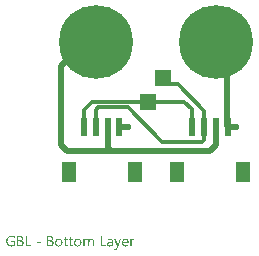
<source format=gbl>
G04*
G04 #@! TF.GenerationSoftware,Altium Limited,Altium Designer,22.11.1 (43)*
G04*
G04 Layer_Physical_Order=2*
G04 Layer_Color=16711680*
%FSLAX44Y44*%
%MOMM*%
G71*
G04*
G04 #@! TF.SameCoordinates,218574FE-C399-4EC2-8256-894566C44971*
G04*
G04*
G04 #@! TF.FilePolarity,Positive*
G04*
G01*
G75*
%ADD12C,0.6000*%
%ADD13R,1.4000X1.4000*%
%ADD14R,0.6000X1.5500*%
%ADD15R,1.1999X1.8000*%
%ADD16C,0.5000*%
%ADD17C,0.3000*%
%ADD18C,6.2500*%
G36*
X566144Y480059D02*
X566270Y480051D01*
X566419Y480043D01*
X566576Y480028D01*
X566756Y480004D01*
X566945Y479981D01*
X567141Y479949D01*
X567345Y479910D01*
X567549Y479863D01*
X567753Y479808D01*
X567957Y479745D01*
X568161Y479675D01*
X568349Y479588D01*
X568349Y478434D01*
X568334Y478442D01*
X568302Y478466D01*
X568240Y478497D01*
X568161Y478544D01*
X568051Y478591D01*
X567926Y478654D01*
X567784Y478709D01*
X567620Y478780D01*
X567447Y478843D01*
X567251Y478905D01*
X567039Y478960D01*
X566811Y479007D01*
X566568Y479055D01*
X566317Y479086D01*
X566058Y479109D01*
X565783Y479117D01*
X565720Y479117D01*
X565642Y479109D01*
X565532Y479102D01*
X565406Y479086D01*
X565257Y479062D01*
X565092Y479031D01*
X564912Y478992D01*
X564724Y478937D01*
X564527Y478866D01*
X564323Y478780D01*
X564111Y478678D01*
X563907Y478560D01*
X563711Y478427D01*
X563515Y478262D01*
X563326Y478081D01*
X563319Y478074D01*
X563287Y478034D01*
X563240Y477979D01*
X563177Y477893D01*
X563107Y477791D01*
X563020Y477673D01*
X562934Y477524D01*
X562848Y477359D01*
X562761Y477179D01*
X562675Y476975D01*
X562589Y476755D01*
X562518Y476520D01*
X562455Y476268D01*
X562408Y476002D01*
X562377Y475711D01*
X562369Y475413D01*
X562369Y475405D01*
X562369Y475397D01*
X562369Y475374D01*
X562369Y475342D01*
X562369Y475295D01*
X562377Y475248D01*
X562385Y475130D01*
X562392Y474989D01*
X562416Y474824D01*
X562439Y474644D01*
X562479Y474447D01*
X562526Y474235D01*
X562589Y474016D01*
X562659Y473796D01*
X562746Y473568D01*
X562848Y473349D01*
X562965Y473137D01*
X563099Y472933D01*
X563256Y472744D01*
X563264Y472736D01*
X563295Y472705D01*
X563350Y472658D01*
X563421Y472595D01*
X563507Y472524D01*
X563617Y472438D01*
X563742Y472352D01*
X563891Y472266D01*
X564056Y472171D01*
X564237Y472085D01*
X564433Y472006D01*
X564653Y471928D01*
X564880Y471865D01*
X565132Y471818D01*
X565391Y471787D01*
X565673Y471779D01*
X565775Y471779D01*
X565846Y471787D01*
X565940Y471795D01*
X566042Y471802D01*
X566160Y471810D01*
X566293Y471834D01*
X566427Y471850D01*
X566576Y471881D01*
X566874Y471952D01*
X567031Y471999D01*
X567180Y472062D01*
X567329Y472124D01*
X567478Y472195D01*
X567478Y474699D01*
X565524Y474699D01*
X565524Y475648D01*
X568530Y475648D01*
X568530Y471598D01*
X568514Y471590D01*
X568467Y471567D01*
X568397Y471528D01*
X568295Y471481D01*
X568169Y471426D01*
X568020Y471363D01*
X567847Y471292D01*
X567651Y471222D01*
X567439Y471151D01*
X567204Y471080D01*
X566960Y471018D01*
X566701Y470963D01*
X566427Y470916D01*
X566136Y470876D01*
X565846Y470853D01*
X565540Y470845D01*
X565453Y470845D01*
X565414Y470853D01*
X565359Y470853D01*
X565296Y470861D01*
X565226Y470861D01*
X565061Y470884D01*
X564873Y470908D01*
X564669Y470947D01*
X564441Y471002D01*
X564198Y471065D01*
X563946Y471143D01*
X563687Y471245D01*
X563428Y471363D01*
X563169Y471504D01*
X562918Y471669D01*
X562675Y471857D01*
X562447Y472069D01*
X562432Y472085D01*
X562400Y472124D01*
X562337Y472195D01*
X562267Y472297D01*
X562173Y472415D01*
X562079Y472564D01*
X561969Y472744D01*
X561859Y472940D01*
X561749Y473160D01*
X561639Y473411D01*
X561545Y473678D01*
X561451Y473969D01*
X561380Y474275D01*
X561317Y474612D01*
X561286Y474965D01*
X561270Y475334D01*
X561270Y475342D01*
X561270Y475358D01*
X561270Y475389D01*
X561270Y475429D01*
X561278Y475476D01*
X561278Y475538D01*
X561286Y475601D01*
X561294Y475680D01*
X561301Y475766D01*
X561309Y475852D01*
X561341Y476056D01*
X561380Y476292D01*
X561435Y476535D01*
X561506Y476802D01*
X561592Y477077D01*
X561694Y477359D01*
X561819Y477642D01*
X561976Y477924D01*
X562149Y478207D01*
X562353Y478474D01*
X562581Y478733D01*
X562597Y478749D01*
X562644Y478788D01*
X562714Y478858D01*
X562816Y478945D01*
X562950Y479039D01*
X563099Y479157D01*
X563279Y479274D01*
X563491Y479400D01*
X563719Y479525D01*
X563970Y479643D01*
X564237Y479761D01*
X564535Y479855D01*
X564849Y479941D01*
X565179Y480012D01*
X565532Y480051D01*
X565901Y480067D01*
X566042Y480067D01*
X566144Y480059D01*
X566144Y480059D02*
G37*
G36*
X633768Y477508D02*
X633815Y477508D01*
X633870Y477500D01*
X634003Y477477D01*
X634160Y477438D01*
X634341Y477383D01*
X634529Y477296D01*
X634725Y477194D01*
X634827Y477124D01*
X634921Y477053D01*
X635015Y476975D01*
X635110Y476880D01*
X635204Y476778D01*
X635290Y476669D01*
X635369Y476551D01*
X635447Y476417D01*
X635518Y476276D01*
X635581Y476119D01*
X635636Y475954D01*
X635690Y475774D01*
X635722Y475586D01*
X635753Y475374D01*
X635769Y475154D01*
X635777Y474918D01*
X635777Y470994D01*
X634757Y470994D01*
X634757Y474651D01*
X634757Y474667D01*
X634757Y474699D01*
X634757Y474753D01*
X634749Y474824D01*
X634749Y474911D01*
X634741Y475013D01*
X634733Y475122D01*
X634717Y475240D01*
X634678Y475491D01*
X634615Y475742D01*
X634584Y475868D01*
X634537Y475978D01*
X634482Y476088D01*
X634427Y476182D01*
X634427Y476190D01*
X634411Y476205D01*
X634395Y476229D01*
X634364Y476253D01*
X634333Y476292D01*
X634286Y476331D01*
X634231Y476370D01*
X634168Y476417D01*
X634097Y476465D01*
X634019Y476504D01*
X633925Y476543D01*
X633830Y476582D01*
X633721Y476606D01*
X633595Y476629D01*
X633469Y476645D01*
X633328Y476653D01*
X633265Y476653D01*
X633218Y476645D01*
X633163Y476637D01*
X633101Y476622D01*
X632943Y476582D01*
X632857Y476551D01*
X632771Y476504D01*
X632677Y476457D01*
X632590Y476402D01*
X632496Y476331D01*
X632402Y476253D01*
X632308Y476158D01*
X632221Y476056D01*
X632214Y476049D01*
X632206Y476033D01*
X632182Y475994D01*
X632151Y475954D01*
X632119Y475892D01*
X632080Y475821D01*
X632033Y475742D01*
X631994Y475656D01*
X631955Y475554D01*
X631908Y475444D01*
X631868Y475326D01*
X631837Y475201D01*
X631805Y475067D01*
X631790Y474926D01*
X631774Y474785D01*
X631766Y474628D01*
X631766Y470994D01*
X630746Y470994D01*
X630746Y474777D01*
X630746Y474785D01*
X630746Y474801D01*
X630746Y474824D01*
X630746Y474856D01*
X630738Y474903D01*
X630738Y474950D01*
X630722Y475067D01*
X630699Y475209D01*
X630667Y475374D01*
X630628Y475538D01*
X630565Y475719D01*
X630487Y475892D01*
X630393Y476056D01*
X630275Y476221D01*
X630134Y476362D01*
X629969Y476480D01*
X629875Y476527D01*
X629773Y476574D01*
X629663Y476606D01*
X629553Y476629D01*
X629427Y476645D01*
X629294Y476653D01*
X629231Y476653D01*
X629184Y476645D01*
X629121Y476637D01*
X629058Y476622D01*
X628901Y476582D01*
X628815Y476551D01*
X628729Y476512D01*
X628635Y476472D01*
X628540Y476417D01*
X628446Y476347D01*
X628352Y476276D01*
X628266Y476190D01*
X628179Y476088D01*
X628172Y476080D01*
X628164Y476064D01*
X628140Y476033D01*
X628109Y475986D01*
X628077Y475931D01*
X628046Y475868D01*
X628007Y475789D01*
X627967Y475695D01*
X627920Y475593D01*
X627881Y475484D01*
X627850Y475366D01*
X627818Y475240D01*
X627787Y475099D01*
X627763Y474950D01*
X627756Y474793D01*
X627748Y474628D01*
X627748Y470994D01*
X626727Y470994D01*
X626727Y477367D01*
X627748Y477367D01*
X627748Y476355D01*
X627771Y476355D01*
X627779Y476370D01*
X627803Y476402D01*
X627842Y476465D01*
X627897Y476535D01*
X627967Y476622D01*
X628054Y476724D01*
X628156Y476826D01*
X628274Y476935D01*
X628407Y477045D01*
X628556Y477147D01*
X628721Y477249D01*
X628894Y477336D01*
X629090Y477406D01*
X629302Y477469D01*
X629521Y477500D01*
X629757Y477516D01*
X629820Y477516D01*
X629867Y477508D01*
X629922Y477508D01*
X629992Y477500D01*
X630063Y477485D01*
X630141Y477469D01*
X630322Y477430D01*
X630510Y477359D01*
X630699Y477273D01*
X630793Y477210D01*
X630887Y477147D01*
X630895Y477140D01*
X630911Y477132D01*
X630934Y477108D01*
X630966Y477085D01*
X631052Y476998D01*
X631154Y476896D01*
X631264Y476755D01*
X631374Y476590D01*
X631476Y476402D01*
X631554Y476190D01*
X631562Y476205D01*
X631586Y476245D01*
X631633Y476315D01*
X631688Y476394D01*
X631766Y476496D01*
X631852Y476614D01*
X631962Y476731D01*
X632088Y476857D01*
X632229Y476975D01*
X632386Y477100D01*
X632559Y477210D01*
X632747Y477312D01*
X632959Y477391D01*
X633179Y477461D01*
X633422Y477500D01*
X633673Y477516D01*
X633728Y477516D01*
X633768Y477508D01*
X633768Y477508D02*
G37*
G36*
X669369Y477469D02*
X669455Y477469D01*
X669549Y477453D01*
X669651Y477438D01*
X669753Y477422D01*
X669840Y477391D01*
X669840Y476331D01*
X669824Y476339D01*
X669793Y476362D01*
X669730Y476394D01*
X669643Y476433D01*
X669526Y476472D01*
X669400Y476504D01*
X669243Y476527D01*
X669063Y476535D01*
X669000Y476535D01*
X668953Y476527D01*
X668898Y476520D01*
X668835Y476504D01*
X668686Y476457D01*
X668600Y476425D01*
X668513Y476386D01*
X668419Y476331D01*
X668325Y476276D01*
X668239Y476205D01*
X668145Y476119D01*
X668058Y476025D01*
X667972Y475915D01*
X667964Y475907D01*
X667956Y475884D01*
X667933Y475852D01*
X667901Y475805D01*
X667870Y475742D01*
X667831Y475664D01*
X667791Y475578D01*
X667752Y475476D01*
X667713Y475366D01*
X667673Y475240D01*
X667634Y475099D01*
X667603Y474950D01*
X667571Y474785D01*
X667548Y474612D01*
X667540Y474432D01*
X667532Y474235D01*
X667532Y470994D01*
X666512Y470994D01*
X666512Y477367D01*
X667532Y477367D01*
X667532Y476049D01*
X667556Y476049D01*
X667556Y476056D01*
X667564Y476080D01*
X667579Y476111D01*
X667595Y476158D01*
X667619Y476213D01*
X667650Y476284D01*
X667721Y476433D01*
X667815Y476606D01*
X667933Y476778D01*
X668066Y476943D01*
X668223Y477100D01*
X668231Y477108D01*
X668247Y477116D01*
X668270Y477132D01*
X668301Y477163D01*
X668341Y477187D01*
X668396Y477218D01*
X668513Y477289D01*
X668662Y477359D01*
X668835Y477422D01*
X669024Y477461D01*
X669126Y477469D01*
X669228Y477477D01*
X669290Y477477D01*
X669369Y477469D01*
X669369Y477469D02*
G37*
G36*
X590522Y474141D02*
X587123Y474141D01*
X587123Y474942D01*
X590522Y474942D01*
X590522Y474141D01*
X590522Y474141D02*
G37*
G36*
X655822Y469974D02*
X655822Y469966D01*
X655814Y469950D01*
X655799Y469927D01*
X655783Y469887D01*
X655767Y469840D01*
X655744Y469793D01*
X655681Y469668D01*
X655594Y469519D01*
X655500Y469346D01*
X655383Y469173D01*
X655249Y468985D01*
X655100Y468804D01*
X654935Y468624D01*
X654755Y468451D01*
X654558Y468302D01*
X654347Y468176D01*
X654237Y468129D01*
X654119Y468082D01*
X654001Y468043D01*
X653876Y468019D01*
X653750Y468004D01*
X653617Y467996D01*
X653554Y467996D01*
X653475Y468004D01*
X653381Y468004D01*
X653279Y468019D01*
X653169Y468035D01*
X653052Y468051D01*
X652950Y468082D01*
X652950Y468993D01*
X652965Y468985D01*
X653005Y468977D01*
X653067Y468961D01*
X653146Y468938D01*
X653240Y468914D01*
X653342Y468899D01*
X653452Y468891D01*
X653554Y468883D01*
X653585Y468883D01*
X653624Y468891D01*
X653680Y468899D01*
X653742Y468914D01*
X653821Y468930D01*
X653899Y468961D01*
X653993Y469001D01*
X654080Y469048D01*
X654182Y469110D01*
X654276Y469181D01*
X654370Y469267D01*
X654464Y469377D01*
X654558Y469495D01*
X654637Y469636D01*
X654715Y469801D01*
X655226Y471002D01*
X652738Y477367D01*
X653868Y477367D01*
X655594Y472462D01*
X655594Y472454D01*
X655602Y472438D01*
X655610Y472415D01*
X655626Y472368D01*
X655642Y472305D01*
X655657Y472218D01*
X655689Y472109D01*
X655720Y471975D01*
X655759Y471975D01*
X655759Y471983D01*
X655767Y472006D01*
X655775Y472038D01*
X655791Y472093D01*
X655807Y472156D01*
X655822Y472234D01*
X655854Y472336D01*
X655885Y472446D01*
X657698Y477367D01*
X658750Y477367D01*
X655822Y469974D01*
X655822Y469974D02*
G37*
G36*
X649606Y477508D02*
X649661Y477508D01*
X649716Y477500D01*
X649787Y477493D01*
X649865Y477477D01*
X650030Y477446D01*
X650226Y477391D01*
X650422Y477320D01*
X650634Y477218D01*
X650846Y477092D01*
X650948Y477022D01*
X651050Y476935D01*
X651144Y476841D01*
X651239Y476747D01*
X651325Y476637D01*
X651403Y476512D01*
X651482Y476386D01*
X651553Y476245D01*
X651608Y476088D01*
X651662Y475923D01*
X651702Y475750D01*
X651733Y475554D01*
X651749Y475358D01*
X651757Y475138D01*
X651757Y470994D01*
X650736Y470994D01*
X650736Y471983D01*
X650713Y471983D01*
X650705Y471967D01*
X650681Y471936D01*
X650642Y471881D01*
X650587Y471802D01*
X650517Y471716D01*
X650430Y471622D01*
X650336Y471520D01*
X650218Y471418D01*
X650085Y471308D01*
X649944Y471206D01*
X649779Y471112D01*
X649606Y471025D01*
X649410Y470947D01*
X649206Y470892D01*
X648986Y470861D01*
X648751Y470845D01*
X648656Y470845D01*
X648594Y470853D01*
X648515Y470861D01*
X648421Y470868D01*
X648319Y470884D01*
X648209Y470908D01*
X647966Y470970D01*
X647848Y471010D01*
X647722Y471057D01*
X647597Y471112D01*
X647479Y471182D01*
X647369Y471261D01*
X647259Y471347D01*
X647252Y471355D01*
X647236Y471371D01*
X647212Y471402D01*
X647173Y471441D01*
X647134Y471488D01*
X647094Y471551D01*
X647040Y471622D01*
X646992Y471700D01*
X646945Y471795D01*
X646898Y471897D01*
X646851Y472006D01*
X646812Y472124D01*
X646773Y472250D01*
X646749Y472383D01*
X646733Y472532D01*
X646726Y472682D01*
X646726Y472689D01*
X646726Y472705D01*
X646726Y472729D01*
X646733Y472760D01*
X646733Y472799D01*
X646741Y472846D01*
X646757Y472964D01*
X646788Y473105D01*
X646835Y473262D01*
X646898Y473435D01*
X646992Y473615D01*
X647102Y473796D01*
X647236Y473977D01*
X647322Y474063D01*
X647409Y474149D01*
X647511Y474235D01*
X647613Y474314D01*
X647730Y474393D01*
X647856Y474463D01*
X647989Y474526D01*
X648138Y474589D01*
X648295Y474644D01*
X648460Y474691D01*
X648641Y474730D01*
X648829Y474761D01*
X650736Y475028D01*
X650736Y475036D01*
X650736Y475044D01*
X650736Y475067D01*
X650736Y475099D01*
X650728Y475177D01*
X650713Y475279D01*
X650697Y475405D01*
X650666Y475546D01*
X650626Y475687D01*
X650571Y475844D01*
X650501Y475994D01*
X650415Y476143D01*
X650312Y476276D01*
X650187Y476402D01*
X650030Y476504D01*
X649857Y476582D01*
X649763Y476614D01*
X649653Y476637D01*
X649543Y476645D01*
X649426Y476653D01*
X649371Y476653D01*
X649316Y476645D01*
X649229Y476637D01*
X649127Y476629D01*
X649010Y476614D01*
X648876Y476590D01*
X648735Y476559D01*
X648578Y476512D01*
X648413Y476465D01*
X648240Y476402D01*
X648060Y476323D01*
X647879Y476229D01*
X647699Y476127D01*
X647518Y476009D01*
X647346Y475868D01*
X647346Y476912D01*
X647354Y476920D01*
X647385Y476935D01*
X647440Y476967D01*
X647511Y477006D01*
X647605Y477053D01*
X647707Y477100D01*
X647832Y477155D01*
X647974Y477218D01*
X648123Y477273D01*
X648288Y477328D01*
X648468Y477375D01*
X648656Y477422D01*
X648860Y477461D01*
X649064Y477493D01*
X649284Y477508D01*
X649512Y477516D01*
X649567Y477516D01*
X649606Y477508D01*
X649606Y477508D02*
G37*
G36*
X642385Y471936D02*
X645972Y471936D01*
X645972Y470994D01*
X641341Y470994D01*
X641341Y479918D01*
X642385Y479918D01*
X642385Y471936D01*
X642385Y471936D02*
G37*
G36*
X598716Y479910D02*
X598810Y479902D01*
X598920Y479887D01*
X599045Y479871D01*
X599187Y479847D01*
X599328Y479816D01*
X599477Y479777D01*
X599634Y479729D01*
X599783Y479675D01*
X599940Y479612D01*
X600081Y479533D01*
X600223Y479447D01*
X600356Y479345D01*
X600364Y479337D01*
X600387Y479321D01*
X600419Y479290D01*
X600458Y479243D01*
X600513Y479188D01*
X600568Y479117D01*
X600631Y479039D01*
X600694Y478952D01*
X600756Y478851D01*
X600819Y478741D01*
X600874Y478615D01*
X600929Y478489D01*
X600968Y478348D01*
X601000Y478199D01*
X601023Y478042D01*
X601031Y477877D01*
X601031Y477869D01*
X601031Y477846D01*
X601031Y477807D01*
X601023Y477752D01*
X601015Y477681D01*
X601007Y477610D01*
X601000Y477524D01*
X600984Y477430D01*
X600929Y477218D01*
X600858Y476998D01*
X600811Y476880D01*
X600756Y476771D01*
X600694Y476661D01*
X600623Y476551D01*
X600615Y476543D01*
X600607Y476527D01*
X600584Y476496D01*
X600545Y476457D01*
X600505Y476417D01*
X600458Y476362D01*
X600395Y476308D01*
X600333Y476245D01*
X600254Y476182D01*
X600168Y476111D01*
X600074Y476049D01*
X599972Y475978D01*
X599862Y475915D01*
X599752Y475860D01*
X599493Y475758D01*
X599493Y475735D01*
X599501Y475735D01*
X599532Y475727D01*
X599579Y475719D01*
X599642Y475711D01*
X599720Y475695D01*
X599807Y475672D01*
X599909Y475640D01*
X600011Y475609D01*
X600238Y475523D01*
X600364Y475468D01*
X600482Y475397D01*
X600599Y475326D01*
X600717Y475248D01*
X600835Y475154D01*
X600937Y475052D01*
X600945Y475044D01*
X600960Y475028D01*
X600984Y474997D01*
X601023Y474950D01*
X601063Y474887D01*
X601110Y474824D01*
X601157Y474738D01*
X601212Y474651D01*
X601259Y474549D01*
X601306Y474432D01*
X601353Y474314D01*
X601392Y474181D01*
X601431Y474031D01*
X601455Y473882D01*
X601471Y473725D01*
X601479Y473553D01*
X601479Y473537D01*
X601479Y473506D01*
X601471Y473443D01*
X601463Y473364D01*
X601455Y473262D01*
X601431Y473152D01*
X601408Y473027D01*
X601376Y472893D01*
X601329Y472744D01*
X601274Y472595D01*
X601212Y472446D01*
X601133Y472289D01*
X601039Y472132D01*
X600929Y471983D01*
X600803Y471842D01*
X600654Y471700D01*
X600647Y471693D01*
X600615Y471669D01*
X600568Y471638D01*
X600505Y471590D01*
X600427Y471536D01*
X600325Y471481D01*
X600215Y471410D01*
X600089Y471347D01*
X599940Y471284D01*
X599783Y471222D01*
X599618Y471159D01*
X599430Y471104D01*
X599234Y471057D01*
X599030Y471025D01*
X598810Y471002D01*
X598582Y470994D01*
X595984Y470994D01*
X595984Y479918D01*
X598629Y479918D01*
X598716Y479910D01*
X598716Y479910D02*
G37*
G36*
X578953Y471936D02*
X582540Y471936D01*
X582540Y470994D01*
X577909Y470994D01*
X577909Y479918D01*
X578953Y479918D01*
X578953Y471936D01*
X578953Y471936D02*
G37*
G36*
X573333Y479910D02*
X573428Y479902D01*
X573537Y479887D01*
X573663Y479871D01*
X573804Y479847D01*
X573946Y479816D01*
X574095Y479777D01*
X574252Y479729D01*
X574401Y479675D01*
X574558Y479612D01*
X574699Y479533D01*
X574840Y479447D01*
X574974Y479345D01*
X574982Y479337D01*
X575005Y479321D01*
X575037Y479290D01*
X575076Y479243D01*
X575131Y479188D01*
X575186Y479117D01*
X575248Y479039D01*
X575311Y478952D01*
X575374Y478851D01*
X575437Y478741D01*
X575492Y478615D01*
X575547Y478489D01*
X575586Y478348D01*
X575617Y478199D01*
X575641Y478042D01*
X575649Y477877D01*
X575649Y477869D01*
X575649Y477846D01*
X575649Y477807D01*
X575641Y477752D01*
X575633Y477681D01*
X575625Y477610D01*
X575617Y477524D01*
X575602Y477430D01*
X575547Y477218D01*
X575476Y476998D01*
X575429Y476880D01*
X575374Y476771D01*
X575311Y476661D01*
X575241Y476551D01*
X575233Y476543D01*
X575225Y476527D01*
X575201Y476496D01*
X575162Y476457D01*
X575123Y476417D01*
X575076Y476362D01*
X575013Y476308D01*
X574950Y476245D01*
X574872Y476182D01*
X574785Y476111D01*
X574691Y476049D01*
X574589Y475978D01*
X574479Y475915D01*
X574369Y475860D01*
X574110Y475758D01*
X574110Y475735D01*
X574118Y475735D01*
X574150Y475727D01*
X574197Y475719D01*
X574259Y475711D01*
X574338Y475695D01*
X574424Y475672D01*
X574526Y475640D01*
X574628Y475609D01*
X574856Y475523D01*
X574982Y475468D01*
X575099Y475397D01*
X575217Y475326D01*
X575335Y475248D01*
X575452Y475154D01*
X575555Y475052D01*
X575562Y475044D01*
X575578Y475028D01*
X575602Y474997D01*
X575641Y474950D01*
X575680Y474887D01*
X575727Y474824D01*
X575774Y474738D01*
X575829Y474651D01*
X575876Y474549D01*
X575923Y474432D01*
X575970Y474314D01*
X576010Y474181D01*
X576049Y474031D01*
X576073Y473882D01*
X576088Y473725D01*
X576096Y473553D01*
X576096Y473537D01*
X576096Y473506D01*
X576088Y473443D01*
X576080Y473364D01*
X576073Y473262D01*
X576049Y473152D01*
X576025Y473027D01*
X575994Y472893D01*
X575947Y472744D01*
X575892Y472595D01*
X575829Y472446D01*
X575751Y472289D01*
X575657Y472132D01*
X575547Y471983D01*
X575421Y471842D01*
X575272Y471700D01*
X575264Y471693D01*
X575233Y471669D01*
X575186Y471638D01*
X575123Y471590D01*
X575044Y471536D01*
X574942Y471481D01*
X574832Y471410D01*
X574707Y471347D01*
X574558Y471284D01*
X574401Y471222D01*
X574236Y471159D01*
X574048Y471104D01*
X573851Y471057D01*
X573647Y471025D01*
X573428Y471002D01*
X573200Y470994D01*
X570602Y470994D01*
X570602Y479918D01*
X573247Y479918D01*
X573333Y479910D01*
X573333Y479910D02*
G37*
G36*
X616289Y477367D02*
X617898Y477367D01*
X617898Y476488D01*
X616289Y476488D01*
X616289Y472901D01*
X616289Y472893D01*
X616289Y472870D01*
X616289Y472839D01*
X616289Y472799D01*
X616297Y472744D01*
X616305Y472682D01*
X616320Y472548D01*
X616344Y472391D01*
X616383Y472242D01*
X616438Y472101D01*
X616469Y472038D01*
X616508Y471983D01*
X616516Y471975D01*
X616548Y471944D01*
X616603Y471897D01*
X616681Y471850D01*
X616783Y471795D01*
X616909Y471755D01*
X617058Y471724D01*
X617231Y471708D01*
X617293Y471708D01*
X617364Y471716D01*
X617458Y471732D01*
X617560Y471763D01*
X617678Y471795D01*
X617788Y471850D01*
X617898Y471920D01*
X617898Y471049D01*
X617890Y471049D01*
X617882Y471041D01*
X617859Y471033D01*
X617835Y471018D01*
X617749Y470986D01*
X617647Y470955D01*
X617505Y470923D01*
X617341Y470892D01*
X617152Y470868D01*
X616940Y470861D01*
X616870Y470861D01*
X616783Y470876D01*
X616681Y470892D01*
X616556Y470916D01*
X616414Y470963D01*
X616257Y471018D01*
X616108Y471096D01*
X615951Y471190D01*
X615794Y471316D01*
X615653Y471465D01*
X615590Y471551D01*
X615527Y471646D01*
X615472Y471748D01*
X615425Y471857D01*
X615378Y471975D01*
X615339Y472109D01*
X615308Y472242D01*
X615284Y472391D01*
X615276Y472548D01*
X615268Y472721D01*
X615268Y476488D01*
X614178Y476488D01*
X614178Y477367D01*
X615268Y477367D01*
X615268Y478921D01*
X616289Y479251D01*
X616289Y477367D01*
X616289Y477367D02*
G37*
G36*
X611972Y477367D02*
X613581Y477367D01*
X613581Y476488D01*
X611972Y476488D01*
X611972Y472901D01*
X611972Y472893D01*
X611972Y472870D01*
X611972Y472839D01*
X611972Y472799D01*
X611980Y472744D01*
X611988Y472682D01*
X612003Y472548D01*
X612027Y472391D01*
X612066Y472242D01*
X612121Y472101D01*
X612152Y472038D01*
X612192Y471983D01*
X612200Y471975D01*
X612231Y471944D01*
X612286Y471897D01*
X612365Y471850D01*
X612467Y471795D01*
X612592Y471755D01*
X612741Y471724D01*
X612914Y471708D01*
X612977Y471708D01*
X613047Y471716D01*
X613142Y471732D01*
X613243Y471763D01*
X613361Y471795D01*
X613471Y471850D01*
X613581Y471920D01*
X613581Y471049D01*
X613573Y471049D01*
X613565Y471041D01*
X613542Y471033D01*
X613518Y471018D01*
X613432Y470986D01*
X613330Y470955D01*
X613189Y470923D01*
X613024Y470892D01*
X612835Y470868D01*
X612623Y470861D01*
X612553Y470861D01*
X612467Y470876D01*
X612365Y470892D01*
X612239Y470916D01*
X612098Y470963D01*
X611941Y471018D01*
X611791Y471096D01*
X611634Y471190D01*
X611478Y471316D01*
X611336Y471465D01*
X611273Y471551D01*
X611211Y471646D01*
X611156Y471748D01*
X611109Y471857D01*
X611062Y471975D01*
X611022Y472109D01*
X610991Y472242D01*
X610967Y472391D01*
X610960Y472548D01*
X610952Y472721D01*
X610952Y476488D01*
X609861Y476488D01*
X609861Y477367D01*
X610952Y477367D01*
X610952Y478921D01*
X611972Y479251D01*
X611972Y477367D01*
X611972Y477367D02*
G37*
G36*
X662470Y477508D02*
X662556Y477500D01*
X662666Y477493D01*
X662784Y477477D01*
X662917Y477446D01*
X663059Y477414D01*
X663215Y477375D01*
X663372Y477320D01*
X663530Y477249D01*
X663694Y477171D01*
X663851Y477077D01*
X664000Y476967D01*
X664149Y476841D01*
X664283Y476700D01*
X664291Y476692D01*
X664314Y476661D01*
X664346Y476614D01*
X664393Y476551D01*
X664440Y476472D01*
X664503Y476370D01*
X664566Y476253D01*
X664628Y476119D01*
X664691Y475962D01*
X664754Y475797D01*
X664817Y475609D01*
X664864Y475413D01*
X664911Y475193D01*
X664942Y474965D01*
X664966Y474714D01*
X664974Y474455D01*
X664974Y473922D01*
X660469Y473922D01*
X660469Y473906D01*
X660469Y473875D01*
X660476Y473820D01*
X660484Y473749D01*
X660492Y473655D01*
X660508Y473553D01*
X660524Y473443D01*
X660555Y473317D01*
X660626Y473050D01*
X660673Y472917D01*
X660727Y472776D01*
X660790Y472642D01*
X660861Y472509D01*
X660947Y472391D01*
X661041Y472273D01*
X661049Y472266D01*
X661065Y472250D01*
X661096Y472218D01*
X661143Y472187D01*
X661198Y472140D01*
X661269Y472093D01*
X661348Y472038D01*
X661434Y471991D01*
X661536Y471936D01*
X661654Y471881D01*
X661771Y471834D01*
X661913Y471787D01*
X662054Y471755D01*
X662211Y471724D01*
X662376Y471708D01*
X662548Y471700D01*
X662596Y471700D01*
X662650Y471708D01*
X662729Y471708D01*
X662823Y471724D01*
X662933Y471740D01*
X663059Y471763D01*
X663200Y471787D01*
X663349Y471826D01*
X663506Y471873D01*
X663671Y471928D01*
X663836Y471999D01*
X664008Y472077D01*
X664181Y472171D01*
X664354Y472281D01*
X664526Y472407D01*
X664526Y471449D01*
X664518Y471441D01*
X664487Y471426D01*
X664440Y471394D01*
X664377Y471355D01*
X664291Y471308D01*
X664189Y471261D01*
X664071Y471206D01*
X663938Y471151D01*
X663781Y471088D01*
X663616Y471033D01*
X663435Y470986D01*
X663239Y470939D01*
X663027Y470900D01*
X662800Y470868D01*
X662556Y470853D01*
X662305Y470845D01*
X662242Y470845D01*
X662179Y470853D01*
X662085Y470861D01*
X661968Y470868D01*
X661834Y470892D01*
X661693Y470916D01*
X661536Y470955D01*
X661371Y471002D01*
X661198Y471057D01*
X661018Y471128D01*
X660845Y471206D01*
X660665Y471308D01*
X660500Y471426D01*
X660335Y471559D01*
X660186Y471708D01*
X660178Y471716D01*
X660155Y471748D01*
X660115Y471802D01*
X660068Y471873D01*
X660005Y471959D01*
X659943Y472069D01*
X659872Y472195D01*
X659801Y472344D01*
X659731Y472501D01*
X659660Y472689D01*
X659597Y472886D01*
X659535Y473105D01*
X659488Y473341D01*
X659448Y473592D01*
X659425Y473867D01*
X659417Y474149D01*
X659417Y474157D01*
X659417Y474165D01*
X659417Y474188D01*
X659417Y474212D01*
X659425Y474291D01*
X659433Y474400D01*
X659440Y474526D01*
X659464Y474667D01*
X659488Y474832D01*
X659519Y475013D01*
X659566Y475201D01*
X659621Y475397D01*
X659691Y475601D01*
X659770Y475805D01*
X659864Y476002D01*
X659982Y476205D01*
X660107Y476394D01*
X660257Y476574D01*
X660265Y476582D01*
X660296Y476614D01*
X660343Y476661D01*
X660406Y476724D01*
X660492Y476794D01*
X660594Y476873D01*
X660704Y476959D01*
X660837Y477045D01*
X660979Y477132D01*
X661143Y477218D01*
X661316Y477296D01*
X661497Y477367D01*
X661693Y477430D01*
X661905Y477477D01*
X662125Y477508D01*
X662352Y477516D01*
X662407Y477516D01*
X662470Y477508D01*
X662470Y477508D02*
G37*
G36*
X622207Y477508D02*
X622309Y477500D01*
X622426Y477493D01*
X622568Y477469D01*
X622717Y477446D01*
X622882Y477406D01*
X623062Y477359D01*
X623243Y477304D01*
X623423Y477234D01*
X623611Y477147D01*
X623792Y477045D01*
X623973Y476928D01*
X624137Y476794D01*
X624294Y476637D01*
X624302Y476629D01*
X624326Y476598D01*
X624365Y476543D01*
X624420Y476472D01*
X624483Y476386D01*
X624546Y476276D01*
X624624Y476151D01*
X624695Y476002D01*
X624773Y475837D01*
X624844Y475656D01*
X624907Y475460D01*
X624969Y475240D01*
X625024Y475005D01*
X625064Y474753D01*
X625087Y474487D01*
X625095Y474204D01*
X625095Y474196D01*
X625095Y474188D01*
X625095Y474165D01*
X625095Y474133D01*
X625087Y474055D01*
X625079Y473953D01*
X625071Y473820D01*
X625048Y473670D01*
X625024Y473506D01*
X624985Y473325D01*
X624938Y473137D01*
X624883Y472933D01*
X624812Y472729D01*
X624734Y472524D01*
X624632Y472321D01*
X624514Y472124D01*
X624381Y471936D01*
X624231Y471755D01*
X624224Y471748D01*
X624192Y471716D01*
X624145Y471669D01*
X624075Y471614D01*
X623988Y471544D01*
X623886Y471465D01*
X623761Y471386D01*
X623619Y471300D01*
X623462Y471214D01*
X623290Y471135D01*
X623101Y471057D01*
X622897Y470986D01*
X622670Y470931D01*
X622434Y470884D01*
X622191Y470853D01*
X621924Y470845D01*
X621861Y470845D01*
X621791Y470853D01*
X621689Y470861D01*
X621571Y470868D01*
X621430Y470892D01*
X621281Y470916D01*
X621116Y470955D01*
X620935Y471002D01*
X620755Y471065D01*
X620566Y471135D01*
X620378Y471222D01*
X620190Y471324D01*
X620001Y471441D01*
X619828Y471575D01*
X619664Y471732D01*
X619656Y471740D01*
X619624Y471771D01*
X619585Y471826D01*
X619530Y471897D01*
X619467Y471983D01*
X619397Y472093D01*
X619326Y472218D01*
X619248Y472368D01*
X619169Y472524D01*
X619091Y472705D01*
X619020Y472901D01*
X618957Y473113D01*
X618902Y473333D01*
X618863Y473576D01*
X618832Y473835D01*
X618824Y474102D01*
X618824Y474110D01*
X618824Y474118D01*
X618824Y474141D01*
X618824Y474173D01*
X618832Y474259D01*
X618840Y474369D01*
X618847Y474502D01*
X618871Y474659D01*
X618895Y474832D01*
X618934Y475020D01*
X618981Y475217D01*
X619036Y475421D01*
X619106Y475633D01*
X619193Y475844D01*
X619295Y476049D01*
X619405Y476245D01*
X619538Y476433D01*
X619695Y476614D01*
X619703Y476622D01*
X619734Y476653D01*
X619789Y476700D01*
X619860Y476755D01*
X619946Y476826D01*
X620056Y476896D01*
X620182Y476982D01*
X620323Y477069D01*
X620480Y477147D01*
X620660Y477234D01*
X620857Y477304D01*
X621069Y477375D01*
X621296Y477430D01*
X621539Y477477D01*
X621799Y477508D01*
X622073Y477516D01*
X622136Y477516D01*
X622207Y477508D01*
X622207Y477508D02*
G37*
G36*
X606101Y477508D02*
X606203Y477500D01*
X606321Y477493D01*
X606462Y477469D01*
X606611Y477446D01*
X606776Y477406D01*
X606957Y477359D01*
X607137Y477304D01*
X607318Y477234D01*
X607506Y477147D01*
X607687Y477045D01*
X607867Y476928D01*
X608032Y476794D01*
X608189Y476637D01*
X608197Y476629D01*
X608220Y476598D01*
X608260Y476543D01*
X608315Y476472D01*
X608377Y476386D01*
X608440Y476276D01*
X608519Y476151D01*
X608589Y476002D01*
X608668Y475837D01*
X608738Y475656D01*
X608801Y475460D01*
X608864Y475240D01*
X608919Y475005D01*
X608958Y474753D01*
X608982Y474487D01*
X608990Y474204D01*
X608990Y474196D01*
X608990Y474188D01*
X608990Y474165D01*
X608990Y474133D01*
X608982Y474055D01*
X608974Y473953D01*
X608966Y473820D01*
X608942Y473670D01*
X608919Y473506D01*
X608880Y473325D01*
X608833Y473137D01*
X608778Y472933D01*
X608707Y472729D01*
X608629Y472524D01*
X608526Y472321D01*
X608409Y472124D01*
X608275Y471936D01*
X608126Y471755D01*
X608118Y471748D01*
X608087Y471716D01*
X608040Y471669D01*
X607969Y471614D01*
X607883Y471544D01*
X607781Y471465D01*
X607655Y471386D01*
X607514Y471300D01*
X607357Y471214D01*
X607184Y471135D01*
X606996Y471057D01*
X606792Y470986D01*
X606564Y470931D01*
X606329Y470884D01*
X606086Y470853D01*
X605819Y470845D01*
X605756Y470845D01*
X605685Y470853D01*
X605583Y470861D01*
X605466Y470868D01*
X605324Y470892D01*
X605175Y470916D01*
X605010Y470955D01*
X604830Y471002D01*
X604649Y471065D01*
X604461Y471135D01*
X604273Y471222D01*
X604084Y471324D01*
X603896Y471441D01*
X603723Y471575D01*
X603558Y471732D01*
X603550Y471740D01*
X603519Y471771D01*
X603480Y471826D01*
X603425Y471897D01*
X603362Y471983D01*
X603292Y472093D01*
X603221Y472218D01*
X603142Y472368D01*
X603064Y472524D01*
X602985Y472705D01*
X602915Y472901D01*
X602852Y473113D01*
X602797Y473333D01*
X602758Y473576D01*
X602726Y473835D01*
X602719Y474102D01*
X602719Y474110D01*
X602719Y474118D01*
X602719Y474141D01*
X602719Y474173D01*
X602726Y474259D01*
X602734Y474369D01*
X602742Y474502D01*
X602766Y474659D01*
X602789Y474832D01*
X602828Y475020D01*
X602876Y475217D01*
X602930Y475421D01*
X603001Y475633D01*
X603087Y475844D01*
X603189Y476049D01*
X603299Y476245D01*
X603433Y476433D01*
X603590Y476614D01*
X603598Y476622D01*
X603629Y476653D01*
X603684Y476700D01*
X603755Y476755D01*
X603841Y476826D01*
X603951Y476896D01*
X604076Y476982D01*
X604218Y477069D01*
X604375Y477147D01*
X604555Y477234D01*
X604751Y477304D01*
X604963Y477375D01*
X605191Y477430D01*
X605434Y477477D01*
X605693Y477508D01*
X605968Y477516D01*
X606031Y477516D01*
X606101Y477508D01*
X606101Y477508D02*
G37*
%LPC*%
G36*
X650736Y474212D02*
X649198Y474000D01*
X649190Y474000D01*
X649166Y473992D01*
X649127Y473992D01*
X649080Y473984D01*
X649025Y473969D01*
X648955Y473953D01*
X648798Y473922D01*
X648625Y473875D01*
X648452Y473812D01*
X648280Y473733D01*
X648201Y473694D01*
X648130Y473647D01*
X648115Y473631D01*
X648076Y473600D01*
X648013Y473537D01*
X647950Y473443D01*
X647887Y473317D01*
X647856Y473247D01*
X647824Y473168D01*
X647801Y473082D01*
X647785Y472980D01*
X647777Y472878D01*
X647769Y472760D01*
X647769Y472752D01*
X647769Y472736D01*
X647769Y472713D01*
X647777Y472682D01*
X647785Y472595D01*
X647809Y472485D01*
X647848Y472368D01*
X647911Y472234D01*
X647989Y472109D01*
X648099Y471991D01*
X648107Y471991D01*
X648115Y471975D01*
X648162Y471944D01*
X648233Y471897D01*
X648335Y471850D01*
X648468Y471795D01*
X648617Y471748D01*
X648798Y471716D01*
X648994Y471700D01*
X649064Y471700D01*
X649119Y471708D01*
X649182Y471716D01*
X649261Y471732D01*
X649339Y471748D01*
X649433Y471771D01*
X649630Y471834D01*
X649732Y471873D01*
X649842Y471928D01*
X649944Y471991D01*
X650046Y472062D01*
X650148Y472140D01*
X650242Y472234D01*
X650250Y472242D01*
X650265Y472258D01*
X650289Y472289D01*
X650320Y472328D01*
X650359Y472383D01*
X650399Y472446D01*
X650446Y472517D01*
X650493Y472603D01*
X650532Y472697D01*
X650579Y472799D01*
X650619Y472909D01*
X650658Y473027D01*
X650689Y473152D01*
X650713Y473286D01*
X650728Y473427D01*
X650736Y473576D01*
X650736Y474212D01*
X650736Y474212D02*
G37*
G36*
X598386Y478968D02*
X597028Y478968D01*
X597028Y476088D01*
X598182Y476088D01*
X598237Y476096D01*
X598308Y476104D01*
X598394Y476111D01*
X598488Y476119D01*
X598590Y476143D01*
X598802Y476190D01*
X599030Y476260D01*
X599140Y476308D01*
X599249Y476362D01*
X599352Y476425D01*
X599446Y476496D01*
X599454Y476504D01*
X599469Y476512D01*
X599493Y476543D01*
X599524Y476574D01*
X599563Y476614D01*
X599603Y476669D01*
X599650Y476731D01*
X599697Y476802D01*
X599736Y476880D01*
X599783Y476967D01*
X599822Y477061D01*
X599862Y477163D01*
X599893Y477281D01*
X599917Y477398D01*
X599932Y477532D01*
X599940Y477665D01*
X599940Y477681D01*
X599940Y477720D01*
X599932Y477783D01*
X599917Y477869D01*
X599885Y477971D01*
X599854Y478081D01*
X599799Y478199D01*
X599728Y478317D01*
X599634Y478442D01*
X599524Y478560D01*
X599383Y478670D01*
X599218Y478764D01*
X599124Y478811D01*
X599022Y478851D01*
X598912Y478882D01*
X598794Y478913D01*
X598669Y478937D01*
X598527Y478952D01*
X598386Y478968D01*
X598386Y478968D02*
G37*
G36*
X598229Y475146D02*
X597028Y475146D01*
X597028Y471936D01*
X598535Y471936D01*
X598598Y471944D01*
X598676Y471952D01*
X598763Y471959D01*
X598865Y471975D01*
X598975Y471991D01*
X599202Y472038D01*
X599438Y472116D01*
X599556Y472171D01*
X599665Y472226D01*
X599767Y472289D01*
X599869Y472368D01*
X599877Y472375D01*
X599893Y472391D01*
X599917Y472415D01*
X599948Y472446D01*
X599987Y472493D01*
X600034Y472548D01*
X600074Y472611D01*
X600129Y472682D01*
X600176Y472768D01*
X600215Y472854D01*
X600262Y472956D01*
X600301Y473058D01*
X600333Y473176D01*
X600356Y473302D01*
X600372Y473427D01*
X600380Y473568D01*
X600380Y473576D01*
X600380Y473584D01*
X600380Y473608D01*
X600372Y473639D01*
X600364Y473717D01*
X600348Y473812D01*
X600317Y473937D01*
X600270Y474071D01*
X600199Y474212D01*
X600113Y474361D01*
X599995Y474502D01*
X599932Y474573D01*
X599854Y474644D01*
X599775Y474714D01*
X599681Y474777D01*
X599579Y474840D01*
X599469Y474903D01*
X599352Y474950D01*
X599226Y474997D01*
X599085Y475044D01*
X598936Y475075D01*
X598778Y475107D01*
X598606Y475130D01*
X598425Y475138D01*
X598229Y475146D01*
X598229Y475146D02*
G37*
G36*
X573004Y478968D02*
X571646Y478968D01*
X571646Y476088D01*
X572800Y476088D01*
X572855Y476096D01*
X572925Y476104D01*
X573012Y476111D01*
X573106Y476119D01*
X573208Y476143D01*
X573420Y476190D01*
X573647Y476260D01*
X573757Y476308D01*
X573867Y476362D01*
X573969Y476425D01*
X574063Y476496D01*
X574071Y476504D01*
X574087Y476512D01*
X574110Y476543D01*
X574142Y476574D01*
X574181Y476614D01*
X574220Y476669D01*
X574267Y476731D01*
X574314Y476802D01*
X574354Y476880D01*
X574401Y476967D01*
X574440Y477061D01*
X574479Y477163D01*
X574511Y477281D01*
X574534Y477398D01*
X574550Y477532D01*
X574558Y477665D01*
X574558Y477681D01*
X574558Y477720D01*
X574550Y477783D01*
X574534Y477869D01*
X574503Y477971D01*
X574471Y478081D01*
X574417Y478199D01*
X574346Y478317D01*
X574252Y478442D01*
X574142Y478560D01*
X574001Y478670D01*
X573836Y478764D01*
X573741Y478811D01*
X573639Y478851D01*
X573530Y478882D01*
X573412Y478913D01*
X573286Y478937D01*
X573145Y478952D01*
X573004Y478968D01*
X573004Y478968D02*
G37*
G36*
X572847Y475146D02*
X571646Y475146D01*
X571646Y471936D01*
X573153Y471936D01*
X573216Y471944D01*
X573294Y471952D01*
X573381Y471959D01*
X573483Y471975D01*
X573592Y471991D01*
X573820Y472038D01*
X574055Y472116D01*
X574173Y472171D01*
X574283Y472226D01*
X574385Y472289D01*
X574487Y472368D01*
X574495Y472375D01*
X574511Y472391D01*
X574534Y472415D01*
X574566Y472446D01*
X574605Y472493D01*
X574652Y472548D01*
X574691Y472611D01*
X574746Y472682D01*
X574793Y472768D01*
X574832Y472854D01*
X574879Y472956D01*
X574919Y473058D01*
X574950Y473176D01*
X574974Y473302D01*
X574989Y473427D01*
X574997Y473568D01*
X574997Y473576D01*
X574997Y473584D01*
X574997Y473608D01*
X574989Y473639D01*
X574982Y473717D01*
X574966Y473812D01*
X574935Y473937D01*
X574887Y474071D01*
X574817Y474212D01*
X574730Y474361D01*
X574613Y474502D01*
X574550Y474573D01*
X574471Y474644D01*
X574393Y474714D01*
X574299Y474777D01*
X574197Y474840D01*
X574087Y474903D01*
X573969Y474950D01*
X573843Y474997D01*
X573702Y475044D01*
X573553Y475075D01*
X573396Y475107D01*
X573223Y475130D01*
X573043Y475138D01*
X572847Y475146D01*
X572847Y475146D02*
G37*
G36*
X662337Y476653D02*
X662266Y476653D01*
X662219Y476645D01*
X662156Y476637D01*
X662077Y476629D01*
X661999Y476614D01*
X661913Y476590D01*
X661717Y476527D01*
X661614Y476488D01*
X661512Y476433D01*
X661410Y476378D01*
X661301Y476308D01*
X661206Y476229D01*
X661104Y476135D01*
X661096Y476127D01*
X661081Y476111D01*
X661057Y476080D01*
X661026Y476041D01*
X660986Y475986D01*
X660939Y475931D01*
X660892Y475852D01*
X660837Y475774D01*
X660782Y475680D01*
X660735Y475578D01*
X660680Y475468D01*
X660633Y475350D01*
X660586Y475217D01*
X660547Y475083D01*
X660508Y474934D01*
X660484Y474785D01*
X663930Y474785D01*
X663930Y474793D01*
X663930Y474824D01*
X663930Y474871D01*
X663922Y474934D01*
X663914Y475005D01*
X663906Y475091D01*
X663891Y475185D01*
X663875Y475287D01*
X663820Y475507D01*
X663741Y475742D01*
X663694Y475852D01*
X663639Y475962D01*
X663577Y476064D01*
X663498Y476158D01*
X663490Y476166D01*
X663482Y476182D01*
X663459Y476205D01*
X663420Y476237D01*
X663380Y476276D01*
X663325Y476315D01*
X663270Y476362D01*
X663200Y476410D01*
X663121Y476449D01*
X663035Y476496D01*
X662933Y476535D01*
X662831Y476574D01*
X662721Y476606D01*
X662603Y476629D01*
X662470Y476645D01*
X662337Y476653D01*
X662337Y476653D02*
G37*
G36*
X621995Y476653D02*
X621955Y476653D01*
X621900Y476645D01*
X621830Y476645D01*
X621751Y476629D01*
X621657Y476622D01*
X621547Y476598D01*
X621430Y476567D01*
X621312Y476535D01*
X621186Y476488D01*
X621053Y476433D01*
X620927Y476370D01*
X620794Y476292D01*
X620668Y476205D01*
X620550Y476104D01*
X620441Y475986D01*
X620433Y475978D01*
X620417Y475954D01*
X620386Y475915D01*
X620354Y475860D01*
X620307Y475797D01*
X620260Y475711D01*
X620205Y475617D01*
X620158Y475507D01*
X620103Y475381D01*
X620048Y475240D01*
X620001Y475091D01*
X619954Y474926D01*
X619923Y474746D01*
X619891Y474557D01*
X619876Y474353D01*
X619868Y474141D01*
X619868Y474126D01*
X619868Y474094D01*
X619876Y474031D01*
X619876Y473953D01*
X619883Y473859D01*
X619899Y473749D01*
X619915Y473623D01*
X619938Y473490D01*
X619970Y473349D01*
X620009Y473207D01*
X620056Y473058D01*
X620111Y472909D01*
X620174Y472760D01*
X620252Y472619D01*
X620339Y472477D01*
X620441Y472352D01*
X620448Y472344D01*
X620464Y472321D01*
X620504Y472289D01*
X620550Y472250D01*
X620606Y472203D01*
X620676Y472148D01*
X620762Y472085D01*
X620857Y472030D01*
X620959Y471967D01*
X621076Y471904D01*
X621202Y471850D01*
X621343Y471802D01*
X621492Y471763D01*
X621649Y471732D01*
X621814Y471708D01*
X621995Y471700D01*
X622042Y471700D01*
X622089Y471708D01*
X622160Y471708D01*
X622238Y471724D01*
X622332Y471732D01*
X622442Y471755D01*
X622560Y471779D01*
X622677Y471810D01*
X622803Y471857D01*
X622929Y471904D01*
X623054Y471967D01*
X623180Y472038D01*
X623298Y472124D01*
X623415Y472226D01*
X623517Y472336D01*
X623525Y472344D01*
X623541Y472368D01*
X623564Y472407D01*
X623604Y472454D01*
X623643Y472524D01*
X623690Y472603D01*
X623737Y472697D01*
X623784Y472807D01*
X623831Y472933D01*
X623886Y473066D01*
X623925Y473215D01*
X623965Y473380D01*
X624004Y473553D01*
X624027Y473749D01*
X624043Y473953D01*
X624051Y474165D01*
X624051Y474181D01*
X624051Y474220D01*
X624051Y474283D01*
X624043Y474361D01*
X624035Y474463D01*
X624020Y474573D01*
X624004Y474706D01*
X623988Y474840D01*
X623918Y475138D01*
X623878Y475287D01*
X623823Y475444D01*
X623769Y475593D01*
X623690Y475735D01*
X623611Y475876D01*
X623517Y476002D01*
X623509Y476009D01*
X623494Y476033D01*
X623462Y476064D01*
X623415Y476104D01*
X623360Y476151D01*
X623298Y476205D01*
X623219Y476268D01*
X623125Y476331D01*
X623023Y476386D01*
X622913Y476449D01*
X622787Y476504D01*
X622654Y476551D01*
X622505Y476590D01*
X622348Y476622D01*
X622175Y476645D01*
X621995Y476653D01*
X621995Y476653D02*
G37*
G36*
X605889Y476653D02*
X605850Y476653D01*
X605795Y476645D01*
X605724Y476645D01*
X605646Y476629D01*
X605552Y476622D01*
X605442Y476598D01*
X605324Y476567D01*
X605206Y476535D01*
X605081Y476488D01*
X604948Y476433D01*
X604822Y476370D01*
X604688Y476292D01*
X604563Y476205D01*
X604445Y476104D01*
X604335Y475986D01*
X604328Y475978D01*
X604312Y475954D01*
X604280Y475915D01*
X604249Y475860D01*
X604202Y475797D01*
X604155Y475711D01*
X604100Y475617D01*
X604053Y475507D01*
X603998Y475381D01*
X603943Y475240D01*
X603896Y475091D01*
X603849Y474926D01*
X603817Y474746D01*
X603786Y474557D01*
X603770Y474353D01*
X603762Y474141D01*
X603762Y474126D01*
X603762Y474094D01*
X603770Y474031D01*
X603770Y473953D01*
X603778Y473859D01*
X603794Y473749D01*
X603810Y473623D01*
X603833Y473490D01*
X603864Y473349D01*
X603904Y473207D01*
X603951Y473058D01*
X604006Y472909D01*
X604068Y472760D01*
X604147Y472619D01*
X604233Y472477D01*
X604335Y472352D01*
X604343Y472344D01*
X604359Y472321D01*
X604398Y472289D01*
X604445Y472250D01*
X604500Y472203D01*
X604571Y472148D01*
X604657Y472085D01*
X604751Y472030D01*
X604853Y471967D01*
X604971Y471904D01*
X605097Y471850D01*
X605238Y471802D01*
X605387Y471763D01*
X605544Y471732D01*
X605709Y471708D01*
X605889Y471700D01*
X605937Y471700D01*
X605984Y471708D01*
X606054Y471708D01*
X606133Y471724D01*
X606227Y471732D01*
X606337Y471755D01*
X606455Y471779D01*
X606572Y471810D01*
X606698Y471857D01*
X606823Y471904D01*
X606949Y471967D01*
X607075Y472038D01*
X607192Y472124D01*
X607310Y472226D01*
X607412Y472336D01*
X607420Y472344D01*
X607435Y472368D01*
X607459Y472407D01*
X607498Y472454D01*
X607538Y472524D01*
X607585Y472603D01*
X607632Y472697D01*
X607679Y472807D01*
X607726Y472933D01*
X607781Y473066D01*
X607820Y473215D01*
X607859Y473380D01*
X607899Y473553D01*
X607922Y473749D01*
X607938Y473953D01*
X607946Y474165D01*
X607946Y474181D01*
X607946Y474220D01*
X607946Y474283D01*
X607938Y474361D01*
X607930Y474463D01*
X607914Y474573D01*
X607899Y474706D01*
X607883Y474840D01*
X607812Y475138D01*
X607773Y475287D01*
X607718Y475444D01*
X607663Y475593D01*
X607585Y475735D01*
X607506Y475876D01*
X607412Y476002D01*
X607404Y476009D01*
X607388Y476033D01*
X607357Y476064D01*
X607310Y476104D01*
X607255Y476151D01*
X607192Y476205D01*
X607114Y476268D01*
X607020Y476331D01*
X606917Y476386D01*
X606808Y476449D01*
X606682Y476504D01*
X606549Y476551D01*
X606399Y476590D01*
X606243Y476622D01*
X606070Y476645D01*
X605889Y476653D01*
X605889Y476653D02*
G37*
%LPD*%
D12*
X664781Y572350D02*
D03*
X755494Y572350D02*
D03*
D13*
X681550Y593600D02*
D03*
X694250Y613600D02*
D03*
D14*
X627099Y572350D02*
D03*
X637099Y572350D02*
D03*
X647101Y572350D02*
D03*
X657101Y572350D02*
D03*
X718699Y572350D02*
D03*
X728699Y572350D02*
D03*
X738701Y572350D02*
D03*
X748701Y572350D02*
D03*
D15*
X614099Y533600D02*
D03*
X670101Y533600D02*
D03*
X705699Y533600D02*
D03*
X761701Y533600D02*
D03*
D16*
X608100Y556799D02*
X608100Y623877D01*
X627822Y643600D01*
X637100Y643600D01*
X647101Y572350D02*
X647101Y554727D01*
X650030Y551798D01*
X733700Y551798D01*
X738701Y556799D01*
X738701Y572350D01*
X748701Y572350D02*
X755494Y572350D01*
X748701Y572350D02*
X748202Y572850D01*
X748202Y634099D01*
X738700Y643600D01*
X664781Y572350D02*
X657101Y572350D01*
X650030Y551798D02*
X613101Y551798D01*
X608100Y556799D01*
D17*
X627099Y572350D02*
X627099Y586600D01*
X634099Y593600D01*
X681550Y593600D01*
X712100Y593600D01*
X718699Y587001D01*
X718699Y572350D01*
X728699Y572350D02*
X728699Y585829D01*
X706427Y608100D01*
X699750Y608100D01*
X694250Y613600D01*
X664101Y588600D02*
X693051Y559650D01*
X726941Y559650D01*
X728699Y561408D01*
X728699Y572350D01*
X664101Y588600D02*
X638856Y588600D01*
X637099Y586843D01*
X637099Y572350D01*
D18*
X637100Y643600D02*
D03*
X738700Y643600D02*
D03*
M02*

</source>
